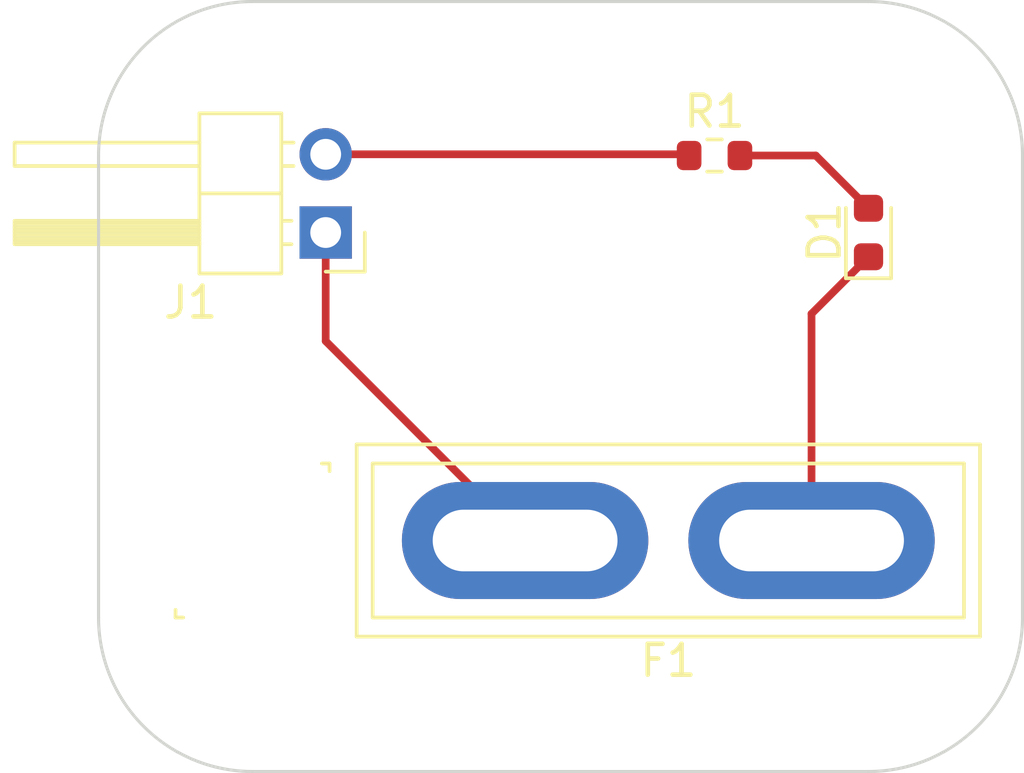
<source format=kicad_pcb>
(kicad_pcb (version 20211014) (generator pcbnew)
  (layers (0 "F.Cu" signal) (31 "B.Cu" signal) (34 "B.Paste" user) (35 "F.Paste" user) (36 "B.SilkS" user "B.Silkscreen") (37 "F.SilkS" user "F.Silkscreen") (38 "B.Mask" user) (39 "F.Mask" user) (44 "Edge.Cuts" user))
  (net 0 "")
  (net 1 "Net-(D1-Pad1)")
  (net 2 "Net-(D1-Pad2)")
  (net 3 "Net-(F1-Pad2)")
  (net 4 "Net-(J1-Pad2)")
  (footprint "Resistor_SMD:R_0603_1608Metric" (layer "F.Cu") (at 155 100)
    (fp_text reference "R1" (at 0 -1.43) (layer "F.SilkS"))
    (fp_text value "330R")
    (fp_line (start -0.237258 -0.5225) (end 0.237258 -0.5225) (layer "F.SilkS") (width 0.12))
    (fp_line (start -0.237258 0.5225) (end 0.237258 0.5225) (layer "F.SilkS") (width 0.12))
    (pad "1" smd roundrect (at -0.825 0) (size 0.8 0.95) (layers "F.Cu" "F.Paste" "F.Mask") (net 4 "Net-(J1-Pad2)"))
    (pad "2" smd roundrect (at 0.825 0) (size 0.8 0.95) (layers "F.Cu" "F.Paste" "F.Mask") (net 2 "Net-(D1-Pad2)"))
  )
  (footprint "Connector_PinHeader_2.54mm:PinHeader_1x02_P2.54mm_Horizontal" (layer "F.Cu") (at 142.375 102.5 180)
    (fp_text reference "J1" (at 4.385 -2.27) (layer "F.SilkS"))
    (fp_text value "Conn_01x02")
    (fp_line (start 1.44 3.87) (end 4.1 3.87) (layer "F.SilkS") (width 0.12))
    (fp_line (start 4.1 -0.08) (end 10.1 -0.08) (layer "F.SilkS") (width 0.12))
    (fp_line (start 4.1 0.04) (end 10.1 0.04) (layer "F.SilkS") (width 0.12))
    (fp_line (start 4.1 -0.2) (end 10.1 -0.2) (layer "F.SilkS") (width 0.12))
    (fp_line (start 1.042929 2.16) (end 1.44 2.16) (layer "F.SilkS") (width 0.12))
    (fp_line (start -1.27 0) (end -1.27 -1.27) (layer "F.SilkS") (width 0.12))
    (fp_line (start 4.1 3.87) (end 4.1 -1.33) (layer "F.SilkS") (width 0.12))
    (fp_line (start 4.1 0.28) (end 10.1 0.28) (layer "F.SilkS") (width 0.12))
    (fp_line (start 10.1 0.38) (end 4.1 0.38) (layer "F.SilkS") (width 0.12))
    (fp_line (start 4.1 -0.38) (end 10.1 -0.38) (layer "F.SilkS") (width 0.12))
    (fp_line (start 4.1 0.16) (end 10.1 0.16) (layer "F.SilkS") (width 0.12))
    (fp_line (start 4.1 -0.32) (end 10.1 -0.32) (layer "F.SilkS") (width 0.12))
    (fp_line (start 10.1 -0.38) (end 10.1 0.38) (layer "F.SilkS") (width 0.12))
    (fp_line (start 10.1 2.16) (end 10.1 2.92) (layer "F.SilkS") (width 0.12))
    (fp_line (start 1.11 0.38) (end 1.44 0.38) (layer "F.SilkS") (width 0.12))
    (fp_line (start 4.1 -1.33) (end 1.44 -1.33) (layer "F.SilkS") (width 0.12))
    (fp_line (start 1.11 -0.38) (end 1.44 -0.38) (layer "F.SilkS") (width 0.12))
    (fp_line (start 1.44 -1.33) (end 1.44 3.87) (layer "F.SilkS") (width 0.12))
    (fp_line (start -1.27 -1.27) (end 0 -1.27) (layer "F.SilkS") (width 0.12))
    (fp_line (start 1.44 1.27) (end 4.1 1.27) (layer "F.SilkS") (width 0.12))
    (fp_line (start 4.1 2.16) (end 10.1 2.16) (layer "F.SilkS") (width 0.12))
    (fp_line (start 10.1 2.92) (end 4.1 2.92) (layer "F.SilkS") (width 0.12))
    (fp_line (start 1.042929 2.92) (end 1.44 2.92) (layer "F.SilkS") (width 0.12))
    (pad "1" thru_hole rect (at 0 0 180) (size 1.7 1.7) (drill 1) (layers *.Cu *.Mask) (net 3 "Net-(F1-Pad2)"))
    (pad "2" thru_hole oval (at 0 2.54 180) (size 1.7 1.7) (drill 1) (layers *.Cu *.Mask) (net 4 "Net-(J1-Pad2)"))
  )
  (footprint "Fuse:Fuse_Blade_ATO_directSolder" (layer "F.Cu") (at 158.15 112.5 180)
    (fp_text reference "F1" (at 4.65 -3.9) (layer "F.SilkS"))
    (fp_text value "1A")
    (fp_line (start 14.77 3.12) (end -5.47 3.12) (layer "F.SilkS") (width 0.12))
    (fp_line (start 14.25 2.5) (end -4.95 2.5) (layer "F.SilkS") (width 0.12))
    (fp_line (start -4.95 2.5) (end -4.95 -2.5) (layer "F.SilkS") (width 0.12))
    (fp_line (start -5.47 -3.12) (end -5.47 3.12) (layer "F.SilkS") (width 0.12))
    (fp_line (start -5.47 -3.12) (end 14.77 -3.12) (layer "F.SilkS") (width 0.12))
    (fp_line (start 14.77 3.12) (end 14.77 -3.12) (layer "F.SilkS") (width 0.12))
    (fp_line (start -4.95 -2.5) (end 14.25 -2.5) (layer "F.SilkS") (width 0.12))
    (fp_line (start 14.25 -2.5) (end 14.25 2.5) (layer "F.SilkS") (width 0.12))
    (pad "1" thru_hole oval (at 0 0 180) (size 8 3.8) (drill oval 6 2) (layers *.Cu *.Mask) (net 1 "Net-(D1-Pad1)"))
    (pad "2" thru_hole oval (at 9.3 0 180) (size 8 3.8) (drill oval 6 2) (layers *.Cu *.Mask) (net 3 "Net-(F1-Pad2)"))
  )
  (footprint "prusa_other:Datamatyrix-code-4x4mm" (layer "F.Cu") (at 140 112.5)
    (fp_text reference "Q1" hide)
    (fp_text value "G_DATAMATRIX-code-4x4mm*")
    (fp_line (start 2.5 -2.5) (end 2.5 -2.25) (layer "F.SilkS") (width 0.12))
    (fp_line (start -2.5 2.5) (end -2.25 2.5) (layer "F.SilkS") (width 0.12))
    (fp_line (start -2.5 2.25) (end -2.5 2.5) (layer "F.SilkS") (width 0.12))
    (fp_line (start 2.25 -2.5) (end 2.5 -2.5) (layer "F.SilkS") (width 0.12))
  )
  (footprint "LED_SMD:LED_0603_1608Metric" (layer "F.Cu") (at 160 102.5 90)
    (fp_text reference "D1" (at 0 -1.43 90) (layer "F.SilkS"))
    (fp_text value "RED")
    (fp_line (start 0.8 -0.735) (end -1.485 -0.735) (layer "F.SilkS") (width 0.12))
    (fp_line (start -1.485 0.735) (end 0.8 0.735) (layer "F.SilkS") (width 0.12))
    (fp_line (start -1.485 -0.735) (end -1.485 0.735) (layer "F.SilkS") (width 0.12))
    (pad "1" smd roundrect (at -0.7875 0 90) (size 0.875 0.95) (layers "F.Cu" "F.Paste" "F.Mask") (net 1 "Net-(D1-Pad1)"))
    (pad "2" smd roundrect (at 0.7875 0 90) (size 0.875 0.95) (layers "F.Cu" "F.Paste" "F.Mask") (net 2 "Net-(D1-Pad2)"))
  )
  (gr_arc (start 140 120) (mid 136.464466 118.535534) (end 135 115) (layer "Edge.Cuts") (width 0.1))
  (gr_arc (start 165 115) (mid 163.535534 118.535534) (end 160 120) (layer "Edge.Cuts") (width 0.1))
  (gr_line (start 140 95) (end 160 95) (layer "Edge.Cuts") (width 0.1))
  (gr_line (start 135 100) (end 135 115) (layer "Edge.Cuts") (width 0.1))
  (gr_arc (start 135 100) (mid 136.464466 96.464466) (end 140 95) (layer "Edge.Cuts") (width 0.1))
  (gr_arc (start 160 95) (mid 163.535534 96.464466) (end 165 100) (layer "Edge.Cuts") (width 0.1))
  (gr_line (start 165 100) (end 165 115) (layer "Edge.Cuts") (width 0.1))
  (gr_line (start 160 120) (end 140 120) (layer "Edge.Cuts") (width 0.1))
  (segment (start 158.15 105.1375) (end 158.15 112.5) (width 0.25) (layer "F.Cu") (net 1))
  (segment (start 160 103.2875) (end 158.15 105.1375) (width 0.25) (layer "F.Cu") (net 1))
  (segment (start 155.825 100) (end 158.2875 100) (width 0.25) (layer "F.Cu") (net 2))
  (segment (start 158.2875 100) (end 160 101.7125) (width 0.25) (layer "F.Cu") (net 2))
  (segment (start 142.375 102.5) (end 142.375 106.025) (width 0.25) (layer "F.Cu") (net 3))
  (segment (start 142.375 106.025) (end 148.85 112.5) (width 0.25) (layer "F.Cu") (net 3))
  (segment (start 154.175 100) (end 154.135 99.96) (width 0.25) (layer "F.Cu") (net 4))
  (segment (start 154.135 99.96) (end 142.375 99.96) (width 0.25) (layer "F.Cu") (net 4))
)
</source>
